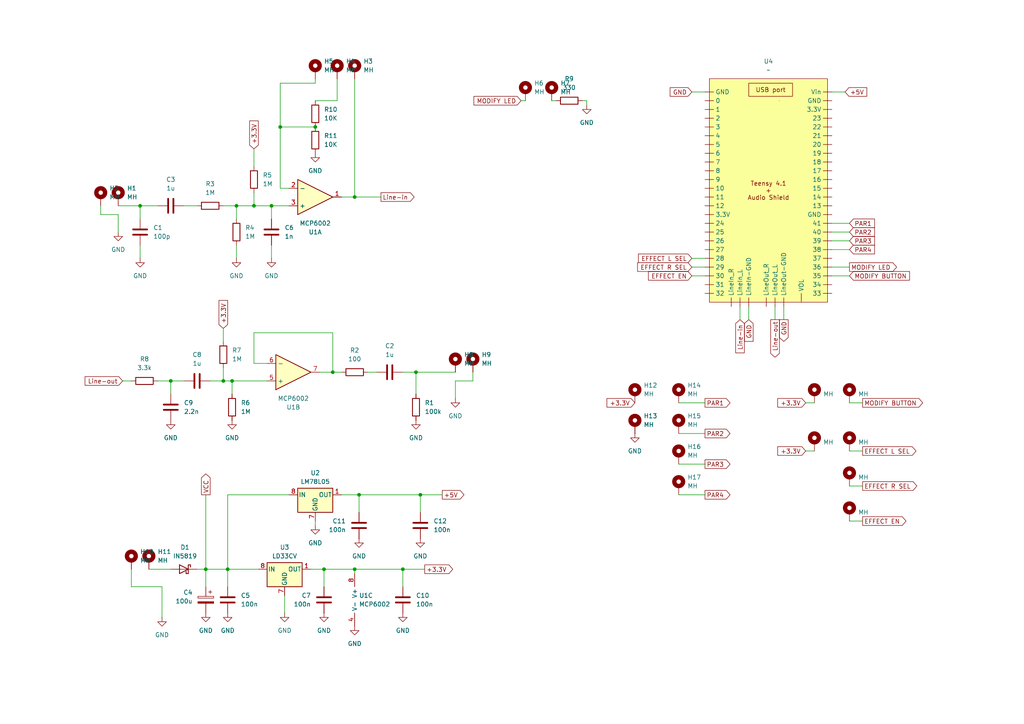
<source format=kicad_sch>
(kicad_sch (version 20250114) (generator "eeschema") (generator_version "9.0")
  (paper "A4")
  (lib_symbols
    (symbol "Device:C" (pin_numbers (hide yes)) (pin_names (offset 0.254))
      (property "Reference" "C" (at 0.635 2.54 0))
      (property "Value" "C" (at 0.635 -2.54 0))
      (symbol "C_0_1"
        (polyline (pts (xy -2.032 0.762) (xy 2.032 0.762)) (stroke (width 0.508)))
        (polyline (pts (xy -2.032 -0.762) (xy 2.032 -0.762)) (stroke (width 0.508)))
      )
      (symbol "C_1_1"
        (pin passive line (at 0 3.81 270) (length 2.794) (name "~") (number "1"))
        (pin passive line (at 0 -3.81 90) (length 2.794) (name "~") (number "2"))
      )
    )
    (symbol "Device:C_Polarized" (pin_numbers (hide yes)) (pin_names (offset 0.254))
      (property "Reference" "C" (at 0.635 2.54 0))
      (property "Value" "C_Polarized" (at 0.635 -2.54 0))
      (symbol "C_Polarized_0_1"
        (rectangle (start -2.286 0.508) (end 2.286 1.016))
        (polyline (pts (xy -1.778 2.286) (xy -0.762 2.286)))
        (polyline (pts (xy -1.27 2.794) (xy -1.27 1.778)))
        (rectangle (start 2.286 -0.508) (end -2.286 -1.016) (fill (type outline)))
      )
      (symbol "C_Polarized_1_1"
        (pin passive line (at 0 3.81 270) (length 2.794) (name "~") (number "1"))
        (pin passive line (at 0 -3.81 90) (length 2.794) (name "~") (number "2"))
      )
    )
    (symbol "Device:D_Schottky" (pin_numbers (hide yes)) (pin_names (offset 1.016) (hide yes))
      (property "Reference" "D" (at 0 2.54 0))
      (property "Value" "D_Schottky" (at 0 -2.54 0))
      (symbol "D_Schottky_0_1"
        (polyline (pts (xy -1.905 0.635) (xy -1.905 1.27) (xy -1.27 1.27) (xy -1.27 -1.27) (xy -0.635 -1.27) (xy -0.635 -0.635)) (stroke (width 0.254)))
        (polyline (pts (xy 1.27 1.27) (xy 1.27 -1.27) (xy -1.27 0) (xy 1.27 1.27)) (stroke (width 0.254)))
        (polyline (pts (xy 1.27 0) (xy -1.27 0)))
      )
      (symbol "D_Schottky_1_1"
        (pin passive line (at -3.81 0 0) (length 2.54) (name "K") (number "1"))
        (pin passive line (at 3.81 0 180) (length 2.54) (name "A") (number "2"))
      )
    )
    (symbol "Device:Opamp_Dual"
      (property "Reference" "U" (at 0 5.08 0))
      (property "Value" "Opamp_Dual" (at 0 -5.08 0))
      (symbol "Opamp_Dual_1_1"
        (polyline (pts (xy -5.08 5.08) (xy 5.08 0) (xy -5.08 -5.08) (xy -5.08 5.08)) (stroke (width 0.254)) (fill (type background)))
        (pin input line (at -7.62 2.54 0) (length 2.54) (name "+") (number "3"))
        (pin input line (at -7.62 -2.54 0) (length 2.54) (name "-") (number "2"))
        (pin output line (at 7.62 0 180) (length 2.54) (name "~") (number "1"))
      )
      (symbol "Opamp_Dual_2_1"
        (polyline (pts (xy -5.08 5.08) (xy 5.08 0) (xy -5.08 -5.08) (xy -5.08 5.08)) (stroke (width 0.254)) (fill (type background)))
        (pin input line (at -7.62 2.54 0) (length 2.54) (name "+") (number "5"))
        (pin input line (at -7.62 -2.54 0) (length 2.54) (name "-") (number "6"))
        (pin output line (at 7.62 0 180) (length 2.54) (name "~") (number "7"))
      )
      (symbol "Opamp_Dual_3_1"
        (pin power_in line (at -2.54 7.62 270) (length 3.81) (name "V+") (number "8"))
        (pin power_in line (at -2.54 -7.62 90) (length 3.81) (name "V-") (number "4"))
      )
    )
    (symbol "Device:R" (pin_numbers (hide yes)) (pin_names (offset 0))
      (property "Reference" "R" (at 2.032 0 90))
      (property "Value" "R" (at 0 0 90))
      (symbol "R_0_1"
        (rectangle (start -1.016 -2.54) (end 1.016 2.54) (stroke (width 0.254)))
      )
      (symbol "R_1_1"
        (pin passive line (at 0 3.81 270) (length 1.27) (name "~") (number "1"))
        (pin passive line (at 0 -3.81 90) (length 1.27) (name "~") (number "2"))
      )
    )
    (symbol "Mechanical:MountingHole_Pad_MP" (pin_numbers (hide yes)) (pin_names (offset 1.016) (hide yes)) (in_bom no)
      (property "Reference" "H" (at 0 6.35 0))
      (property "Value" "MountingHole_Pad_MP" (at 0 4.445 0))
      (symbol "MountingHole_Pad_MP_0_1"
        (circle (center 0 1.27) (radius 1.27) (stroke (width 1.27)))
      )
      (symbol "MountingHole_Pad_MP_1_1"
        (pin input line (at 0 -2.54 90) (length 2.54) (name "MP") (number "MP"))
      )
    )
    (symbol "Regulator_Linear:LM78L05_SO8" (pin_names (offset 0.254))
      (property "Reference" "U" (at -3.81 3.175 0))
      (property "Value" "LM78L05_SO8" (at 0 3.175 0))
      (symbol "LM78L05_SO8_0_1"
        (rectangle (start -5.08 1.905) (end 5.08 -5.08) (stroke (width 0.254)) (fill (type background)))
      )
      (symbol "LM78L05_SO8_1_1"
        (pin power_in line (at -7.62 0 0) (length 2.54) (name "IN") (number "8"))
        (pin no_connect line (at -5.08 -2.54 0) (length 2.54) (hide yes) (name "NC") (number "4"))
        (pin passive line (at 0 -7.62 90) (length 2.54) (hide yes) (name "GND") (number "2"))
        (pin passive line (at 0 -7.62 90) (length 2.54) (hide yes) (name "GND") (number "3"))
        (pin passive line (at 0 -7.62 90) (length 2.54) (hide yes) (name "GND") (number "6"))
        (pin power_in line (at 0 -7.62 90) (length 2.54) (name "GND") (number "7"))
        (pin no_connect line (at 5.08 -2.54 180) (length 2.54) (hide yes) (name "NC") (number "5"))
        (pin power_out line (at 7.62 0 180) (length 2.54) (name "OUT") (number "1"))
      )
    )
    (symbol "Teensy:Teensy 4.1 + Audio Shield rev D"
      (property "Reference" "U" (at 0 0 0))
      (symbol "Teensy 4.1 + Audio Shield rev D_1_1"
        (rectangle (start 19.05 8.89) (end 19.05 8.89))
        (rectangle (start 21.59 7.62) (end 21.59 7.62))
        (text_box "Teensy 4.1 \n+ \nAudio Shield\n\n" (at 1.27 13.97 0) (size 34.29 -64.77) (margins 1.016 1.016 1.016 1.016) (fill (type color) (color 250 255 156 1)) (effects (font (size 1.27 1.27))))
        (text_box "USB port" (at 12.7 12.7 0) (size 12.7 -3.81) (margins 1.016 1.016 1.016 1.016) (effects (font (size 1.27 1.27))))
        (pin power_in line (at 0 10.16 0) (length 2.54) (name "GND") (number ""))
        (pin bidirectional line (at 0 7.62 0) (length 2.54) (name "0") (number ""))
        (pin bidirectional line (at 0 5.08 0) (length 2.54) (name "1") (number ""))
        (pin bidirectional line (at 0 2.54 0) (length 2.54) (name "2") (number ""))
        (pin bidirectional line (at 0 0 0) (length 2.54) (name "3") (number ""))
        (pin bidirectional line (at 0 -2.54 0) (length 2.54) (name "4") (number ""))
        (pin bidirectional line (at 0 -5.08 0) (length 2.54) (name "5") (number ""))
        (pin bidirectional line (at 0 -7.62 0) (length 2.54) (name "6") (number ""))
        (pin unspecified line (at 0 -10.16 0) (length 2.54) (name "7") (number ""))
        (pin unspecified line (at 0 -12.7 0) (length 2.54) (name "8") (number ""))
        (pin bidirectional line (at 0 -15.24 0) (length 2.54) (name "9") (number ""))
        (pin bidirectional line (at 0 -17.78 0) (length 2.54) (name "10") (number ""))
        (pin bidirectional line (at 0 -20.32 0) (length 2.54) (name "11") (number ""))
        (pin bidirectional line (at 0 -22.86 0) (length 2.54) (name "12") (number ""))
        (pin output line (at 0 -25.4 0) (length 2.54) (name "3.3V") (number ""))
        (pin bidirectional line (at 0 -27.94 0) (length 2.54) (name "24") (number ""))
        (pin bidirectional line (at 0 -30.48 0) (length 2.54) (name "25") (number ""))
        (pin bidirectional line (at 0 -33.02 0) (length 2.54) (name "26") (number ""))
        (pin bidirectional line (at 0 -35.56 0) (length 2.54) (name "27") (number ""))
        (pin bidirectional line (at 0 -38.1 0) (length 2.54) (name "28") (number ""))
        (pin bidirectional line (at 0 -40.64 0) (length 2.54) (name "29") (number ""))
        (pin bidirectional line (at 0 -43.18 0) (length 2.54) (name "30") (number ""))
        (pin bidirectional line (at 0 -45.72 0) (length 2.54) (name "31") (number ""))
        (pin bidirectional line (at 0 -48.26 0) (length 2.54) (name "32") (number ""))
        (pin input line (at 7.62 -52.07 90) (length 2.54) (name "LineIn_R") (number ""))
        (pin input line (at 10.16 -52.07 90) (length 2.54) (name "LineIn_L") (number ""))
        (pin input line (at 12.7 -52.07 90) (length 2.54) (name "LineIn-GND") (number ""))
        (pin output line (at 17.78 -52.07 90) (length 2.54) (name "LineOut_R") (number ""))
        (pin output line (at 20.32 -52.07 90) (length 2.54) (name "LineOut_L") (number ""))
        (pin output line (at 22.86 -52.07 90) (length 2.54) (name "LineOut-GND") (number ""))
        (pin output line (at 27.94 -50.8 90) (length 2.54) (name "VOL") (number ""))
        (pin power_in line (at 36.83 10.16 180) (length 2.54) (name "Vin") (number ""))
        (pin input line (at 36.83 7.62 180) (length 2.54) (name "GND") (number ""))
        (pin output line (at 36.83 5.08 180) (length 2.54) (name "3.3V") (number ""))
        (pin unspecified line (at 36.83 2.54 180) (length 2.54) (name "23") (number ""))
        (pin bidirectional line (at 36.83 0 180) (length 2.54) (name "22") (number ""))
        (pin unspecified line (at 36.83 -2.54 180) (length 2.54) (name "21") (number ""))
        (pin unspecified line (at 36.83 -5.08 180) (length 2.54) (name "20") (number ""))
        (pin unspecified line (at 36.83 -7.62 180) (length 2.54) (name "19") (number ""))
        (pin unspecified line (at 36.83 -10.16 180) (length 2.54) (name "18") (number ""))
        (pin bidirectional line (at 36.83 -12.7 180) (length 2.54) (name "17") (number ""))
        (pin bidirectional line (at 36.83 -15.24 180) (length 2.54) (name "16") (number ""))
        (pin bidirectional line (at 36.83 -17.78 180) (length 2.54) (name "15") (number ""))
        (pin bidirectional line (at 36.83 -20.32 180) (length 2.54) (name "14") (number ""))
        (pin bidirectional line (at 36.83 -22.86 180) (length 2.54) (name "13") (number ""))
        (pin output line (at 36.83 -25.4 180) (length 2.54) (name "GND") (number ""))
        (pin bidirectional line (at 36.83 -27.94 180) (length 2.54) (name "41") (number ""))
        (pin bidirectional line (at 36.83 -30.48 180) (length 2.54) (name "40") (number ""))
        (pin bidirectional line (at 36.83 -33.02 180) (length 2.54) (name "39") (number ""))
        (pin bidirectional line (at 36.83 -35.56 180) (length 2.54) (name "38") (number ""))
        (pin bidirectional line (at 36.83 -38.1 180) (length 2.54) (name "37") (number ""))
        (pin bidirectional line (at 36.83 -40.64 180) (length 2.54) (name "36") (number ""))
        (pin bidirectional line (at 36.83 -43.18 180) (length 2.54) (name "35") (number ""))
        (pin bidirectional line (at 36.83 -45.72 180) (length 2.54) (name "34") (number ""))
        (pin bidirectional line (at 36.83 -48.26 180) (length 2.54) (name "33") (number ""))
      )
    )
    (symbol "power:GND" (power) (pin_numbers (hide yes)) (pin_names (offset 0) (hide yes))
      (property "Value" "GND" (at 0 -3.81 0))
      (symbol "GND_0_1"
        (polyline (pts (xy 0 0) (xy 0 -1.27) (xy 1.27 -1.27) (xy 0 -2.54) (xy -1.27 -1.27) (xy 0 -1.27)))
      )
      (symbol "GND_1_1"
        (pin power_in line (at 0 0 270) (length 0) (name "~") (number "1"))
      )
    )
  )
  (junction (at 96.52 107.95))
  (junction (at 81.28 36.83))
  (junction (at 102.87 57.15))
  (junction (at 66.04 165.1))
  (junction (at 59.69 165.1))
  (junction (at 93.98 165.1))
  (junction (at 49.53 110.49))
  (junction (at 121.92 143.51))
  (junction (at 40.64 59.69))
  (junction (at 68.58 59.69))
  (junction (at 91.44 36.83))
  (junction (at 120.65 107.95))
  (junction (at 67.31 110.49))
  (junction (at 116.84 165.1))
  (junction (at 73.66 59.69))
  (junction (at 102.87 165.1))
  (junction (at 78.74 59.69))
  (junction (at 64.77 110.49))
  (junction (at 104.14 143.51))
  (wire (pts (xy 196.85 125.73) (xy 204.47 125.73)))
  (wire (pts (xy 151.13 29.21) (xy 152.4 29.21)))
  (wire (pts (xy 59.69 143.51) (xy 59.69 165.1)))
  (wire (pts (xy 102.87 165.1) (xy 116.84 165.1)))
  (wire (pts (xy 46.99 170.18) (xy 38.1 170.18)))
  (wire (pts (xy 77.47 105.41) (xy 73.66 105.41)))
  (wire (pts (xy 170.18 29.21) (xy 170.18 30.48)))
  (wire (pts (xy 91.44 29.21) (xy 97.79 29.21)))
  (wire (pts (xy 241.3 80.01) (xy 246.38 80.01)))
  (wire (pts (xy 241.3 64.77) (xy 246.38 64.77)))
  (wire (pts (xy 59.69 165.1) (xy 59.69 170.18)))
  (wire (pts (xy 34.29 62.23) (xy 34.29 67.31)))
  (wire (pts (xy 121.92 143.51) (xy 128.27 143.51)))
  (wire (pts (xy 214.63 92.71) (xy 214.63 88.9)))
  (wire (pts (xy 67.31 110.49) (xy 77.47 110.49)))
  (wire (pts (xy 82.55 172.72) (xy 82.55 177.8)))
  (wire (pts (xy 116.84 107.95) (xy 120.65 107.95)))
  (wire (pts (xy 49.53 110.49) (xy 53.34 110.49)))
  (wire (pts (xy 99.06 143.51) (xy 104.14 143.51)))
  (wire (pts (xy 102.87 57.15) (xy 110.49 57.15)))
  (wire (pts (xy 64.77 110.49) (xy 64.77 106.68)))
  (wire (pts (xy 224.79 92.71) (xy 224.79 88.9)))
  (wire (pts (xy 64.77 95.25) (xy 64.77 99.06)))
  (wire (pts (xy 34.29 62.23) (xy 29.21 62.23)))
  (wire (pts (xy 200.66 26.67) (xy 204.47 26.67)))
  (wire (pts (xy 73.66 59.69) (xy 78.74 59.69)))
  (wire (pts (xy 241.3 69.85) (xy 246.38 69.85)))
  (wire (pts (xy 91.44 22.86) (xy 91.44 24.13)))
  (wire (pts (xy 59.69 165.1) (xy 66.04 165.1)))
  (wire (pts (xy 64.77 59.69) (xy 68.58 59.69)))
  (wire (pts (xy 83.82 54.61) (xy 81.28 54.61)))
  (wire (pts (xy 45.72 110.49) (xy 49.53 110.49)))
  (wire (pts (xy 246.38 151.13) (xy 250.19 151.13)))
  (wire (pts (xy 91.44 151.13) (xy 91.44 152.4)))
  (wire (pts (xy 102.87 22.86) (xy 102.87 57.15)))
  (wire (pts (xy 246.38 140.97) (xy 250.19 140.97)))
  (wire (pts (xy 29.21 59.69) (xy 29.21 62.23)))
  (wire (pts (xy 116.84 165.1) (xy 123.19 165.1)))
  (wire (pts (xy 78.74 71.12) (xy 78.74 74.93)))
  (wire (pts (xy 233.68 130.81) (xy 236.22 130.81)))
  (wire (pts (xy 73.66 43.18) (xy 73.66 48.26)))
  (wire (pts (xy 132.08 110.49) (xy 137.16 110.49)))
  (wire (pts (xy 66.04 165.1) (xy 66.04 143.51)))
  (wire (pts (xy 93.98 165.1) (xy 102.87 165.1)))
  (wire (pts (xy 35.56 110.49) (xy 38.1 110.49)))
  (wire (pts (xy 53.34 59.69) (xy 57.15 59.69)))
  (wire (pts (xy 245.11 26.67) (xy 241.3 26.67)))
  (wire (pts (xy 67.31 110.49) (xy 67.31 114.3)))
  (wire (pts (xy 246.38 130.81) (xy 250.19 130.81)))
  (wire (pts (xy 91.44 36.83) (xy 81.28 36.83)))
  (wire (pts (xy 104.14 143.51) (xy 104.14 148.59)))
  (wire (pts (xy 116.84 165.1) (xy 116.84 170.18)))
  (wire (pts (xy 78.74 59.69) (xy 78.74 63.5)))
  (wire (pts (xy 40.64 59.69) (xy 40.64 63.5)))
  (wire (pts (xy 57.15 165.1) (xy 59.69 165.1)))
  (wire (pts (xy 168.91 29.21) (xy 170.18 29.21)))
  (wire (pts (xy 233.68 116.84) (xy 236.22 116.84)))
  (wire (pts (xy 241.3 67.31) (xy 246.38 67.31)))
  (wire (pts (xy 40.64 71.12) (xy 40.64 74.93)))
  (wire (pts (xy 102.87 165.1) (xy 102.87 166.37)))
  (wire (pts (xy 241.3 72.39) (xy 246.38 72.39)))
  (wire (pts (xy 68.58 59.69) (xy 73.66 59.69)))
  (wire (pts (xy 96.52 107.95) (xy 99.06 107.95)))
  (wire (pts (xy 40.64 59.69) (xy 45.72 59.69)))
  (wire (pts (xy 217.17 92.71) (xy 217.17 88.9)))
  (wire (pts (xy 160.02 29.21) (xy 161.29 29.21)))
  (wire (pts (xy 106.68 107.95) (xy 109.22 107.95)))
  (wire (pts (xy 60.96 110.49) (xy 64.77 110.49)))
  (wire (pts (xy 81.28 24.13) (xy 81.28 36.83)))
  (wire (pts (xy 73.66 96.52) (xy 96.52 96.52)))
  (wire (pts (xy 68.58 59.69) (xy 68.58 63.5)))
  (wire (pts (xy 68.58 71.12) (xy 68.58 74.93)))
  (wire (pts (xy 66.04 165.1) (xy 74.93 165.1)))
  (wire (pts (xy 196.85 116.84) (xy 204.47 116.84)))
  (wire (pts (xy 102.87 57.15) (xy 99.06 57.15)))
  (wire (pts (xy 81.28 36.83) (xy 81.28 54.61)))
  (wire (pts (xy 73.66 55.88) (xy 73.66 59.69)))
  (wire (pts (xy 241.3 77.47) (xy 246.38 77.47)))
  (wire (pts (xy 96.52 107.95) (xy 92.71 107.95)))
  (wire (pts (xy 120.65 107.95) (xy 132.08 107.95)))
  (wire (pts (xy 96.52 96.52) (xy 96.52 107.95)))
  (wire (pts (xy 93.98 165.1) (xy 93.98 170.18)))
  (wire (pts (xy 121.92 143.51) (xy 121.92 148.59)))
  (wire (pts (xy 73.66 105.41) (xy 73.66 96.52)))
  (wire (pts (xy 78.74 59.69) (xy 83.82 59.69)))
  (wire (pts (xy 137.16 110.49) (xy 137.16 107.95)))
  (wire (pts (xy 91.44 24.13) (xy 81.28 24.13)))
  (wire (pts (xy 227.33 92.71) (xy 227.33 88.9)))
  (wire (pts (xy 246.38 116.84) (xy 250.19 116.84)))
  (wire (pts (xy 38.1 170.18) (xy 38.1 165.1)))
  (wire (pts (xy 66.04 143.51) (xy 83.82 143.51)))
  (wire (pts (xy 49.53 110.49) (xy 49.53 114.3)))
  (wire (pts (xy 90.17 165.1) (xy 93.98 165.1)))
  (wire (pts (xy 200.66 77.47) (xy 204.47 77.47)))
  (wire (pts (xy 196.85 143.51) (xy 204.47 143.51)))
  (wire (pts (xy 200.66 80.01) (xy 204.47 80.01)))
  (wire (pts (xy 43.18 165.1) (xy 49.53 165.1)))
  (wire (pts (xy 66.04 165.1) (xy 66.04 170.18)))
  (wire (pts (xy 104.14 143.51) (xy 121.92 143.51)))
  (wire (pts (xy 132.08 110.49) (xy 132.08 115.57)))
  (wire (pts (xy 34.29 59.69) (xy 40.64 59.69)))
  (wire (pts (xy 120.65 107.95) (xy 120.65 114.3)))
  (wire (pts (xy 97.79 29.21) (xy 97.79 22.86)))
  (wire (pts (xy 46.99 170.18) (xy 46.99 179.07)))
  (wire (pts (xy 200.66 74.93) (xy 204.47 74.93)))
  (wire (pts (xy 196.85 134.62) (xy 204.47 134.62)))
  (wire (pts (xy 64.77 110.49) (xy 67.31 110.49)))
  (global_label "MODIFY BUTTON" (shape input) (at 246.38 80.01 0) (property "Intersheetrefs" "${INTERSHEET_REFS}" (effects (hide yes))))
  (global_label "PAR2" (shape input) (at 246.38 67.31 0) (property "Intersheetrefs" "${INTERSHEET_REFS}" (effects (hide yes))))
  (global_label "Line-out" (shape output) (at 224.79 92.71 270) (property "Intersheetrefs" "${INTERSHEET_REFS}" (effects (hide yes))))
  (global_label "MODIFY LED" (shape input) (at 151.13 29.21 180) (property "Intersheetrefs" "${INTERSHEET_REFS}" (effects (hide yes))))
  (global_label "+3.3V" (shape input) (at 64.77 95.25 90) (property "Intersheetrefs" "${INTERSHEET_REFS}" (effects (hide yes))))
  (global_label "PAR3" (shape output) (at 204.47 134.62 0) (property "Intersheetrefs" "${INTERSHEET_REFS}" (effects (hide yes))))
  (global_label "GND" (shape output) (at 227.33 92.71 270) (property "Intersheetrefs" "${INTERSHEET_REFS}" (effects (hide yes))))
  (global_label "Line-in" (shape output) (at 110.49 57.15 0) (property "Intersheetrefs" "${INTERSHEET_REFS}" (effects (hide yes))))
  (global_label "PAR3" (shape input) (at 246.38 69.85 0) (property "Intersheetrefs" "${INTERSHEET_REFS}" (effects (hide yes))))
  (global_label "Line-in" (shape input) (at 214.63 92.71 270) (property "Intersheetrefs" "${INTERSHEET_REFS}" (effects (hide yes))))
  (global_label "PAR1" (shape output) (at 204.47 116.84 0) (property "Intersheetrefs" "${INTERSHEET_REFS}" (effects (hide yes))))
  (global_label "+5V" (shape output) (at 128.27 143.51 0) (property "Intersheetrefs" "${INTERSHEET_REFS}" (effects (hide yes))))
  (global_label "PAR1" (shape input) (at 246.38 64.77 0) (property "Intersheetrefs" "${INTERSHEET_REFS}" (effects (hide yes))))
  (global_label "EFFECT L SEL" (shape input) (at 200.66 74.93 180) (property "Intersheetrefs" "${INTERSHEET_REFS}" (effects (hide yes))))
  (global_label "EFFECT EN" (shape input) (at 200.66 80.01 180) (property "Intersheetrefs" "${INTERSHEET_REFS}" (effects (hide yes))))
  (global_label "VCC" (shape output) (at 59.69 143.51 90) (property "Intersheetrefs" "${INTERSHEET_REFS}" (effects (hide yes))))
  (global_label "+5V" (shape input) (at 245.11 26.67 0) (property "Intersheetrefs" "${INTERSHEET_REFS}" (effects (hide yes))))
  (global_label "+3.3V" (shape input) (at 184.15 116.84 180) (property "Intersheetrefs" "${INTERSHEET_REFS}" (effects (hide yes))))
  (global_label "EFFECT EN" (shape output) (at 250.19 151.13 0) (property "Intersheetrefs" "${INTERSHEET_REFS}" (effects (hide yes))))
  (global_label "+3.3V" (shape input) (at 233.68 130.81 180) (property "Intersheetrefs" "${INTERSHEET_REFS}" (effects (hide yes))))
  (global_label "GND" (shape input) (at 217.17 92.71 270) (property "Intersheetrefs" "${INTERSHEET_REFS}" (effects (hide yes))))
  (global_label "PAR4" (shape output) (at 204.47 143.51 0) (property "Intersheetrefs" "${INTERSHEET_REFS}" (effects (hide yes))))
  (global_label "+3.3V" (shape input) (at 73.66 43.18 90) (property "Intersheetrefs" "${INTERSHEET_REFS}" (effects (hide yes))))
  (global_label "Line-out" (shape input) (at 35.56 110.49 180) (property "Intersheetrefs" "${INTERSHEET_REFS}" (effects (hide yes))))
  (global_label "MODIFY BUTTON" (shape output) (at 250.19 116.84 0) (property "Intersheetrefs" "${INTERSHEET_REFS}" (effects (hide yes))))
  (global_label "EFFECT L SEL" (shape output) (at 250.19 130.81 0) (property "Intersheetrefs" "${INTERSHEET_REFS}" (effects (hide yes))))
  (global_label "PAR4" (shape input) (at 246.38 72.39 0) (property "Intersheetrefs" "${INTERSHEET_REFS}" (effects (hide yes))))
  (global_label "+3.3V" (shape output) (at 123.19 165.1 0) (property "Intersheetrefs" "${INTERSHEET_REFS}" (effects (hide yes))))
  (global_label "PAR2" (shape output) (at 204.47 125.73 0) (property "Intersheetrefs" "${INTERSHEET_REFS}" (effects (hide yes))))
  (global_label "GND" (shape input) (at 200.66 26.67 180) (property "Intersheetrefs" "${INTERSHEET_REFS}" (effects (hide yes))))
  (global_label "EFFECT R SEL" (shape output) (at 250.19 140.97 0) (property "Intersheetrefs" "${INTERSHEET_REFS}" (effects (hide yes))))
  (global_label "+3.3V" (shape input) (at 233.68 116.84 180) (property "Intersheetrefs" "${INTERSHEET_REFS}" (effects (hide yes))))
  (global_label "EFFECT R SEL" (shape input) (at 200.66 77.47 180) (property "Intersheetrefs" "${INTERSHEET_REFS}" (effects (hide yes))))
  (global_label "MODIFY LED" (shape output) (at 246.38 77.47 0) (property "Intersheetrefs" "${INTERSHEET_REFS}" (effects (hide yes))))
  (symbol (lib_id "power:GND") (at 121.92 156.21 0) (unit 1)
    (property "Reference" "#PWR019" (effects (hide yes)))
    (property "Value" "GND" (at 121.92 161.29 0))
    (property "Description" "Power symbol creates a global label with name \"GND\" , ground" (effects (hide yes)))
  )
  (symbol (lib_id "Device:R") (at 165.1 29.21 270) (unit 1)
    (property "Reference" "R9" (at 165.1 22.86 90))
    (property "Value" "330" (at 165.1 25.4 90))
    (property "Description" "Resistor" (effects (hide yes)))
  )
  (symbol (lib_id "power:GND") (at 116.84 177.8 0) (unit 1)
    (property "Reference" "#PWR017" (effects (hide yes)))
    (property "Value" "GND" (at 116.84 182.88 0))
    (property "Description" "Power symbol creates a global label with name \"GND\" , ground" (effects (hide yes)))
  )
  (symbol (lib_id "power:GND") (at 59.69 177.8 0) (unit 1)
    (property "Reference" "#PWR07" (effects (hide yes)))
    (property "Value" "GND" (at 59.69 182.88 0))
    (property "Description" "Power symbol creates a global label with name \"GND\" , ground" (effects (hide yes)))
  )
  (symbol (lib_id "Device:R") (at 73.66 52.07 0) (unit 1)
    (property "Reference" "R5" (at 76.2 50.7999 0) (effects (justify left)))
    (property "Value" "1M" (at 76.2 53.3399 0) (effects (justify left)))
    (property "Description" "Resistor" (effects (hide yes)))
  )
  (symbol (lib_id "Device:C") (at 49.53 118.11 0) (unit 1)
    (property "Reference" "C9" (at 53.34 116.8399 0) (effects (justify left)))
    (property "Value" "2.2n" (at 53.34 119.3799 0) (effects (justify left)))
    (property "Description" "Unpolarized capacitor" (effects (hide yes)))
  )
  (symbol (lib_id "Mechanical:MountingHole_Pad_MP") (at 236.22 128.27 0) (unit 1) (in_bom no)
    (property "Reference" "H23" (effects (hide yes)))
    (property "Value" "MH" (at 238.76 128.2699 0) (effects (justify left)))
    (property "Description" "Mounting Hole with connection as pad named MP" (effects (hide yes)))
  )
  (symbol (lib_id "power:GND") (at 104.14 156.21 0) (unit 1)
    (property "Reference" "#PWR018" (effects (hide yes)))
    (property "Value" "GND" (at 104.14 161.29 0))
    (property "Description" "Power symbol creates a global label with name \"GND\" , ground" (effects (hide yes)))
  )
  (symbol (lib_id "Mechanical:MountingHole_Pad_MP") (at 196.85 123.19 0) (unit 1) (in_bom no)
    (property "Reference" "H15" (at 199.39 120.6499 0) (effects (justify left)))
    (property "Value" "MH" (at 199.39 123.1899 0) (effects (justify left)))
    (property "Description" "Mounting Hole with connection as pad named MP" (effects (hide yes)))
  )
  (symbol (lib_id "Device:C") (at 78.74 67.31 0) (unit 1)
    (property "Reference" "C6" (at 82.55 66.0399 0) (effects (justify left)))
    (property "Value" "1n" (at 82.55 68.5799 0) (effects (justify left)))
    (property "Description" "Unpolarized capacitor" (effects (hide yes)))
  )
  (symbol (lib_id "Device:C") (at 104.14 152.4 0) (mirror y) (unit 1)
    (property "Reference" "C11" (at 100.33 151.1299 0) (effects (justify left)))
    (property "Value" "100n" (at 100.33 153.6699 0) (effects (justify left)))
    (property "Description" "Unpolarized capacitor" (effects (hide yes)))
  )
  (symbol (lib_id "Mechanical:MountingHole_Pad_MP") (at 246.38 114.3 0) (unit 1) (in_bom no)
    (property "Reference" "H19" (effects (hide yes)))
    (property "Value" "MH" (at 248.92 114.2999 0) (effects (justify left)))
    (property "Description" "Mounting Hole with connection as pad named MP" (effects (hide yes)))
  )
  (symbol (lib_id "Device:R") (at 67.31 118.11 0) (unit 1)
    (property "Reference" "R6" (at 69.85 116.8399 0) (effects (justify left)))
    (property "Value" "1M" (at 69.85 119.3799 0) (effects (justify left)))
    (property "Description" "Resistor" (effects (hide yes)))
  )
  (symbol (lib_id "power:GND") (at 184.15 125.73 0) (unit 1)
    (property "Reference" "#PWR025" (effects (hide yes)))
    (property "Value" "GND" (at 184.15 130.81 0))
    (property "Description" "Power symbol creates a global label with name \"GND\" , ground" (effects (hide yes)))
  )
  (symbol (lib_id "Device:C") (at 93.98 173.99 0) (mirror y) (unit 1)
    (property "Reference" "C7" (at 90.17 172.7199 0) (effects (justify left)))
    (property "Value" "100n" (at 90.17 175.2599 0) (effects (justify left)))
    (property "Description" "Unpolarized capacitor" (effects (hide yes)))
  )
  (symbol (lib_id "Device:R") (at 60.96 59.69 270) (unit 1)
    (property "Reference" "R3" (at 60.96 53.34 90))
    (property "Value" "1M" (at 60.96 55.88 90))
    (property "Description" "Resistor" (effects (hide yes)))
  )
  (symbol (lib_id "power:GND") (at 170.18 30.48 0) (unit 1)
    (property "Reference" "#PWR023" (effects (hide yes)))
    (property "Value" "GND" (at 170.18 35.56 0))
    (property "Description" "Power symbol creates a global label with name \"GND\" , ground" (effects (hide yes)))
  )
  (symbol (lib_id "Mechanical:MountingHole_Pad_MP") (at 184.15 114.3 0) (unit 1) (in_bom no)
    (property "Reference" "H12" (at 186.69 111.7599 0) (effects (justify left)))
    (property "Value" "MH" (at 186.69 114.2999 0) (effects (justify left)))
    (property "Description" "Mounting Hole with connection as pad named MP" (effects (hide yes)))
  )
  (symbol (lib_id "power:GND") (at 93.98 177.8 0) (unit 1)
    (property "Reference" "#PWR016" (effects (hide yes)))
    (property "Value" "GND" (at 93.98 182.88 0))
    (property "Description" "Power symbol creates a global label with name \"GND\" , ground" (effects (hide yes)))
  )
  (symbol (lib_id "power:GND") (at 120.65 121.92 0) (unit 1)
    (property "Reference" "#PWR011" (effects (hide yes)))
    (property "Value" "GND" (at 120.65 127 0))
    (property "Description" "Power symbol creates a global label with name \"GND\" , ground" (effects (hide yes)))
  )
  (symbol (lib_id "Mechanical:MountingHole_Pad_MP") (at 196.85 140.97 0) (unit 1) (in_bom no)
    (property "Reference" "H17" (at 199.39 138.4299 0) (effects (justify left)))
    (property "Value" "MH" (at 199.39 140.9699 0) (effects (justify left)))
    (property "Description" "Mounting Hole with connection as pad named MP" (effects (hide yes)))
  )
  (symbol (lib_id "Device:R") (at 64.77 102.87 0) (unit 1)
    (property "Reference" "R7" (at 67.31 101.5999 0) (effects (justify left)))
    (property "Value" "1M" (at 67.31 104.1399 0) (effects (justify left)))
    (property "Description" "Resistor" (effects (hide yes)))
  )
  (symbol (lib_id "power:GND") (at 91.44 152.4 0) (unit 1)
    (property "Reference" "#PWR015" (effects (hide yes)))
    (property "Value" "GND" (at 91.44 157.48 0))
    (property "Description" "Power symbol creates a global label with name \"GND\" , ground" (effects (hide yes)))
  )
  (symbol (lib_id "Device:C") (at 57.15 110.49 270) (unit 1)
    (property "Reference" "C8" (at 57.15 102.87 90))
    (property "Value" "1u" (at 57.15 105.41 90))
    (property "Description" "Unpolarized capacitor" (effects (hide yes)))
  )
  (symbol (lib_id "Device:Opamp_Dual") (at 91.44 57.15 0) (mirror x) (unit 1)
    (property "Reference" "U1" (at 91.44 67.31 0))
    (property "Value" "MCP6002" (at 91.44 64.77 0))
    (property "Description" "Dual operational amplifier" (effects (hide yes)))
    (property "Sim.Library" "${KICAD9_SYMBOL_DIR}/Simulation_SPICE.sp" (effects (hide yes)))
    (property "Sim.Name" "kicad_builtin_opamp_dual" (effects (hide yes)))
    (property "Sim.Device" "SUBCKT" (effects (hide yes)))
    (property "Sim.Pins" "1=out1 2=in1- 3=in1+ 4=vee 5=in2+ 6=in2- 7=out2 8=vcc" (effects (hide yes)))
  )
  (symbol (lib_id "Regulator_Linear:LM78L05_SO8") (at 91.44 143.51 0) (unit 1)
    (property "Reference" "U2" (at 91.44 137.16 0))
    (property "Value" "LM78L05" (at 91.44 139.7 0))
    (property "Footprint" "Package_SO:SOIC-8_3.9x4.9mm_P1.27mm" (effects (hide yes)))
    (property "Datasheet" "https://www.onsemi.com/pub/Collateral/MC78L06A-D.pdf" (effects (hide yes)))
    (property "Description" "Positive 100mA 30V Linear Regulator, Fixed Output 5V, SO-8" (effects (hide yes)))
  )
  (symbol (lib_id "Mechanical:MountingHole_Pad_MP") (at 34.29 57.15 0) (unit 1) (in_bom no)
    (property "Reference" "H1" (at 36.83 54.6099 0) (effects (justify left)))
    (property "Value" "MH" (at 36.83 57.1499 0) (effects (justify left)))
    (property "Description" "Mounting Hole with connection as pad named MP" (effects (hide yes)))
  )
  (symbol (lib_id "Mechanical:MountingHole_Pad_MP") (at 29.21 57.15 0) (unit 1) (in_bom no)
    (property "Reference" "H2" (at 31.75 54.6099 0) (effects (justify left)))
    (property "Value" "MH" (at 31.75 57.1499 0) (effects (justify left)))
    (property "Description" "Mounting Hole with connection as pad named MP" (effects (hide yes)))
  )
  (symbol (lib_id "power:GND") (at 34.29 67.31 0) (unit 1)
    (property "Reference" "#PWR01" (effects (hide yes)))
    (property "Value" "GND" (at 34.29 72.39 0))
    (property "Description" "Power symbol creates a global label with name \"GND\" , ground" (effects (hide yes)))
  )
  (symbol (lib_id "Mechanical:MountingHole_Pad_MP") (at 43.18 162.56 0) (unit 1) (in_bom no)
    (property "Reference" "H11" (at 45.72 160.0199 0) (effects (justify left)))
    (property "Value" "MH" (at 45.72 162.5599 0) (effects (justify left)))
    (property "Description" "Mounting Hole with connection as pad named MP" (effects (hide yes)))
  )
  (symbol (lib_id "Mechanical:MountingHole_Pad_MP") (at 196.85 114.3 0) (unit 1) (in_bom no)
    (property "Reference" "H14" (at 199.39 111.7599 0) (effects (justify left)))
    (property "Value" "MH" (at 199.39 114.2999 0) (effects (justify left)))
    (property "Description" "Mounting Hole with connection as pad named MP" (effects (hide yes)))
  )
  (symbol (lib_id "power:GND") (at 46.99 179.07 0) (unit 1)
    (property "Reference" "#PWR06" (effects (hide yes)))
    (property "Value" "GND" (at 46.99 184.15 0))
    (property "Description" "Power symbol creates a global label with name \"GND\" , ground" (effects (hide yes)))
  )
  (symbol (lib_id "Mechanical:MountingHole_Pad_MP") (at 196.85 132.08 0) (unit 1) (in_bom no)
    (property "Reference" "H16" (at 199.39 129.5399 0) (effects (justify left)))
    (property "Value" "MH" (at 199.39 132.0799 0) (effects (justify left)))
    (property "Description" "Mounting Hole with connection as pad named MP" (effects (hide yes)))
  )
  (symbol (lib_id "Mechanical:MountingHole_Pad_MP") (at 246.38 128.27 0) (unit 1) (in_bom no)
    (property "Reference" "H20" (effects (hide yes)))
    (property "Value" "MH" (at 248.92 128.2699 0) (effects (justify left)))
    (property "Description" "Mounting Hole with connection as pad named MP" (effects (hide yes)))
  )
  (symbol (lib_id "power:GND") (at 49.53 121.92 0) (unit 1)
    (property "Reference" "#PWR08" (effects (hide yes)))
    (property "Value" "GND" (at 49.53 127 0))
    (property "Description" "Power symbol creates a global label with name \"GND\" , ground" (effects (hide yes)))
  )
  (symbol (lib_id "Device:R") (at 91.44 40.64 0) (unit 1)
    (property "Reference" "R11" (at 93.98 39.3699 0) (effects (justify left)))
    (property "Value" "10K" (at 93.98 41.9099 0) (effects (justify left)))
    (property "Description" "Resistor" (effects (hide yes)))
  )
  (symbol (lib_id "Device:C") (at 66.04 173.99 0) (unit 1)
    (property "Reference" "C5" (at 69.85 172.7199 0) (effects (justify left)))
    (property "Value" "100n" (at 69.85 175.2599 0) (effects (justify left)))
    (property "Description" "Unpolarized capacitor" (effects (hide yes)))
  )
  (symbol (lib_id "Device:R") (at 102.87 107.95 270) (unit 1)
    (property "Reference" "R2" (at 102.87 101.6 90))
    (property "Value" "100" (at 102.87 104.14 90))
    (property "Description" "Resistor" (effects (hide yes)))
  )
  (symbol (lib_id "Device:C") (at 49.53 59.69 270) (unit 1)
    (property "Reference" "C3" (at 49.53 52.07 90))
    (property "Value" "1u" (at 49.53 54.61 90))
    (property "Description" "Unpolarized capacitor" (effects (hide yes)))
  )
  (symbol (lib_id "power:GND") (at 132.08 115.57 0) (unit 1)
    (property "Reference" "#PWR012" (effects (hide yes)))
    (property "Value" "GND" (at 132.08 120.65 0))
    (property "Description" "Power symbol creates a global label with name \"GND\" , ground" (effects (hide yes)))
  )
  (symbol (lib_id "power:GND") (at 67.31 121.92 0) (unit 1)
    (property "Reference" "#PWR09" (effects (hide yes)))
    (property "Value" "GND" (at 67.31 127 0))
    (property "Description" "Power symbol creates a global label with name \"GND\" , ground" (effects (hide yes)))
  )
  (symbol (lib_id "power:GND") (at 91.44 44.45 0) (unit 1)
    (property "Reference" "#PWR024" (effects (hide yes)))
    (property "Value" "GND" (at 91.44 49.53 0))
    (property "Description" "Power symbol creates a global label with name \"GND\" , ground" (effects (hide yes)))
  )
  (symbol (lib_id "Device:C_Polarized") (at 59.69 173.99 0) (mirror y) (unit 1)
    (property "Reference" "C4" (at 55.88 171.8309 0) (effects (justify left)))
    (property "Value" "100u" (at 55.88 174.3709 0) (effects (justify left)))
    (property "Description" "Polarized capacitor" (effects (hide yes)))
  )
  (symbol (lib_id "Device:C") (at 113.03 107.95 270) (unit 1)
    (property "Reference" "C2" (at 113.03 100.33 90))
    (property "Value" "1u" (at 113.03 102.87 90))
    (property "Description" "Unpolarized capacitor" (effects (hide yes)))
  )
  (symbol (lib_id "Mechanical:MountingHole_Pad_MP") (at 246.38 148.59 0) (unit 1) (in_bom no)
    (property "Reference" "H22" (effects (hide yes)))
    (property "Value" "MH" (at 248.92 148.5899 0) (effects (justify left)))
    (property "Description" "Mounting Hole with connection as pad named MP" (effects (hide yes)))
  )
  (symbol (lib_id "Teensy:Teensy 4.1 + Audio Shield rev D") (at 204.47 36.83 0) (unit 1)
    (property "Reference" "U4" (at 222.885 17.78 0))
    (property "Value" "~" (at 222.885 20.32 0))
  )
  (symbol (lib_id "Mechanical:MountingHole_Pad_MP") (at 38.1 162.56 0) (unit 1) (in_bom no)
    (property "Reference" "H10" (at 40.64 160.0199 0) (effects (justify left)))
    (property "Value" "MH" (at 40.64 162.5599 0) (effects (justify left)))
    (property "Description" "Mounting Hole with connection as pad named MP" (effects (hide yes)))
  )
  (symbol (lib_id "Device:R") (at 120.65 118.11 0) (unit 1)
    (property "Reference" "R1" (at 123.19 116.8399 0) (effects (justify left)))
    (property "Value" "100k" (at 123.19 119.3799 0) (effects (justify left)))
    (property "Description" "Resistor" (effects (hide yes)))
  )
  (symbol (lib_id "Mechanical:MountingHole_Pad_MP") (at 246.38 138.43 0) (unit 1) (in_bom no)
    (property "Reference" "H21" (effects (hide yes)))
    (property "Value" "MH" (at 248.92 138.4299 0) (effects (justify left)))
    (property "Description" "Mounting Hole with connection as pad named MP" (effects (hide yes)))
  )
  (symbol (lib_id "power:GND") (at 102.87 181.61 0) (unit 1)
    (property "Reference" "#PWR020" (effects (hide yes)))
    (property "Value" "GND" (at 102.87 186.69 0))
    (property "Description" "Power symbol creates a global label with name \"GND\" , ground" (effects (hide yes)))
  )
  (symbol (lib_id "power:GND") (at 40.64 74.93 0) (unit 1)
    (property "Reference" "#PWR02" (effects (hide yes)))
    (property "Value" "GND" (at 40.64 80.01 0))
    (property "Description" "Power symbol creates a global label with name \"GND\" , ground" (effects (hide yes)))
  )
  (symbol (lib_id "Device:R") (at 41.91 110.49 270) (unit 1)
    (property "Reference" "R8" (at 41.91 104.14 90))
    (property "Value" "3.3k" (at 41.91 106.68 90))
    (property "Description" "Resistor" (effects (hide yes)))
  )
  (symbol (lib_id "Mechanical:MountingHole_Pad_MP") (at 137.16 105.41 0) (unit 1) (in_bom no)
    (property "Reference" "H9" (at 139.7 102.8699 0) (effects (justify left)))
    (property "Value" "MH" (at 139.7 105.4099 0) (effects (justify left)))
    (property "Description" "Mounting Hole with connection as pad named MP" (effects (hide yes)))
  )
  (symbol (lib_id "Mechanical:MountingHole_Pad_MP") (at 152.4 26.67 0) (unit 1) (in_bom no)
    (property "Reference" "H6" (at 154.94 24.1299 0) (effects (justify left)))
    (property "Value" "MH" (at 154.94 26.6699 0) (effects (justify left)))
    (property "Description" "Mounting Hole with connection as pad named MP" (effects (hide yes)))
  )
  (symbol (lib_id "Mechanical:MountingHole_Pad_MP") (at 97.79 20.32 0) (unit 1) (in_bom no)
    (property "Reference" "H4" (at 100.33 17.7799 0) (effects (justify left)))
    (property "Value" "MH" (at 100.33 20.3199 0) (effects (justify left)))
    (property "Description" "Mounting Hole with connection as pad named MP" (effects (hide yes)))
  )
  (symbol (lib_id "Device:D_Schottky") (at 53.34 165.1 0) (mirror y) (unit 1)
    (property "Reference" "D1" (at 53.6575 158.75 0))
    (property "Value" "IN5819" (at 53.6575 161.29 0))
    (property "Description" "Schottky diode" (effects (hide yes)))
  )
  (symbol (lib_id "Regulator_Linear:LM78L05_SO8") (at 82.55 165.1 0) (unit 1)
    (property "Reference" "U3" (at 82.55 158.75 0))
    (property "Value" "LD33CV" (at 82.55 161.29 0))
    (property "Footprint" "Package_SO:SOIC-8_3.9x4.9mm_P1.27mm" (effects (hide yes)))
    (property "Datasheet" "https://www.onsemi.com/pub/Collateral/MC78L06A-D.pdf" (effects (hide yes)))
    (property "Description" "Positive 100mA 30V Linear Regulator, Fixed Output 5V, SO-8" (effects (hide yes)))
  )
  (symbol (lib_id "Mechanical:MountingHole_Pad_MP") (at 236.22 114.3 0) (unit 1) (in_bom no)
    (property "Reference" "H18" (effects (hide yes)))
    (property "Value" "MH" (at 238.76 114.2999 0) (effects (justify left)))
    (property "Description" "Mounting Hole with connection as pad named MP" (effects (hide yes)))
  )
  (symbol (lib_id "power:GND") (at 68.58 74.93 0) (unit 1)
    (property "Reference" "#PWR04" (effects (hide yes)))
    (property "Value" "GND" (at 68.58 80.01 0))
    (property "Description" "Power symbol creates a global label with name \"GND\" , ground" (effects (hide yes)))
  )
  (symbol (lib_id "Mechanical:MountingHole_Pad_MP") (at 184.15 123.19 0) (unit 1) (in_bom no)
    (property "Reference" "H13" (at 186.69 120.6499 0) (effects (justify left)))
    (property "Value" "MH" (at 186.69 123.1899 0) (effects (justify left)))
    (property "Description" "Mounting Hole with connection as pad named MP" (effects (hide yes)))
  )
  (symbol (lib_id "Mechanical:MountingHole_Pad_MP") (at 132.08 105.41 0) (unit 1) (in_bom no)
    (property "Reference" "H8" (at 134.62 102.8699 0) (effects (justify left)))
    (property "Value" "MH" (at 134.62 105.4099 0) (effects (justify left)))
    (property "Description" "Mounting Hole with connection as pad named MP" (effects (hide yes)))
  )
  (symbol (lib_id "Device:Opamp_Dual") (at 85.09 107.95 0) (mirror x) (unit 2)
    (property "Reference" "U1" (at 85.09 118.11 0))
    (property "Value" "MCP6002" (at 85.09 115.57 0))
    (property "Description" "Dual operational amplifier" (effects (hide yes)))
    (property "Sim.Library" "${KICAD9_SYMBOL_DIR}/Simulation_SPICE.sp" (effects (hide yes)))
    (property "Sim.Name" "kicad_builtin_opamp_dual" (effects (hide yes)))
    (property "Sim.Device" "SUBCKT" (effects (hide yes)))
    (property "Sim.Pins" "1=out1 2=in1- 3=in1+ 4=vee 5=in2+ 6=in2- 7=out2 8=vcc" (effects (hide yes)))
  )
  (symbol (lib_id "Mechanical:MountingHole_Pad_MP") (at 102.87 20.32 0) (unit 1) (in_bom no)
    (property "Reference" "H3" (at 105.41 17.7799 0) (effects (justify left)))
    (property "Value" "MH" (at 105.41 20.3199 0) (effects (justify left)))
    (property "Description" "Mounting Hole with connection as pad named MP" (effects (hide yes)))
  )
  (symbol (lib_id "Device:Opamp_Dual") (at 105.41 173.99 0) (unit 3)
    (property "Reference" "U1" (at 104.14 172.7199 0) (effects (justify left)))
    (property "Value" "MCP6002" (at 104.14 175.2599 0) (effects (justify left)))
    (property "Description" "Dual operational amplifier" (effects (hide yes)))
    (property "Sim.Library" "${KICAD9_SYMBOL_DIR}/Simulation_SPICE.sp" (effects (hide yes)))
    (property "Sim.Name" "kicad_builtin_opamp_dual" (effects (hide yes)))
    (property "Sim.Device" "SUBCKT" (effects (hide yes)))
    (property "Sim.Pins" "1=out1 2=in1- 3=in1+ 4=vee 5=in2+ 6=in2- 7=out2 8=vcc" (effects (hide yes)))
  )
  (symbol (lib_id "Device:C") (at 40.64 67.31 0) (unit 1)
    (property "Reference" "C1" (at 44.45 66.0399 0) (effects (justify left)))
    (property "Value" "100p" (at 44.45 68.5799 0) (effects (justify left)))
    (property "Description" "Unpolarized capacitor" (effects (hide yes)))
  )
  (symbol (lib_id "power:GND") (at 66.04 177.8 0) (unit 1)
    (property "Reference" "#PWR013" (effects (hide yes)))
    (property "Value" "GND" (at 66.04 182.88 0))
    (property "Description" "Power symbol creates a global label with name \"GND\" , ground" (effects (hide yes)))
  )
  (symbol (lib_id "Device:R") (at 68.58 67.31 0) (unit 1)
    (property "Reference" "R4" (at 71.12 66.0399 0) (effects (justify left)))
    (property "Value" "1M" (at 71.12 68.5799 0) (effects (justify left)))
    (property "Description" "Resistor" (effects (hide yes)))
  )
  (symbol (lib_id "Mechanical:MountingHole_Pad_MP") (at 91.44 20.32 0) (unit 1) (in_bom no)
    (property "Reference" "H5" (at 93.98 17.7799 0) (effects (justify left)))
    (property "Value" "MH" (at 93.98 20.3199 0) (effects (justify left)))
    (property "Description" "Mounting Hole with connection as pad named MP" (effects (hide yes)))
  )
  (symbol (lib_id "Device:C") (at 116.84 173.99 0) (unit 1)
    (property "Reference" "C10" (at 120.65 172.7199 0) (effects (justify left)))
    (property "Value" "100n" (at 120.65 175.2599 0) (effects (justify left)))
    (property "Description" "Unpolarized capacitor" (effects (hide yes)))
  )
  (symbol (lib_id "power:GND") (at 78.74 74.93 0) (unit 1)
    (property "Reference" "#PWR05" (effects (hide yes)))
    (property "Value" "GND" (at 78.74 80.01 0))
    (property "Description" "Power symbol creates a global label with name \"GND\" , ground" (effects (hide yes)))
  )
  (symbol (lib_id "Device:C") (at 121.92 152.4 0) (unit 1)
    (property "Reference" "C12" (at 125.73 151.1299 0) (effects (justify left)))
    (property "Value" "100n" (at 125.73 153.6699 0) (effects (justify left)))
    (property "Description" "Unpolarized capacitor" (effects (hide yes)))
  )
  (symbol (lib_id "Mechanical:MountingHole_Pad_MP") (at 160.02 26.67 0) (unit 1) (in_bom no)
    (property "Reference" "H7" (at 162.56 24.1299 0) (effects (justify left)))
    (property "Value" "MH" (at 162.56 26.6699 0) (effects (justify left)))
    (property "Description" "Mounting Hole with connection as pad named MP" (effects (hide yes)))
  )
  (symbol (lib_id "power:GND") (at 82.55 177.8 0) (unit 1)
    (property "Reference" "#PWR014" (effects (hide yes)))
    (property "Value" "GND" (at 82.55 182.88 0))
    (property "Description" "Power symbol creates a global label with name \"GND\" , ground" (effects (hide yes)))
  )
  (symbol (lib_id "Device:R") (at 91.44 33.02 0) (unit 1)
    (property "Reference" "R10" (at 93.98 31.7499 0) (effects (justify left)))
    (property "Value" "10K" (at 93.98 34.2899 0) (effects (justify left)))
    (property "Description" "Resistor" (effects (hide yes)))
  )
)
</source>
